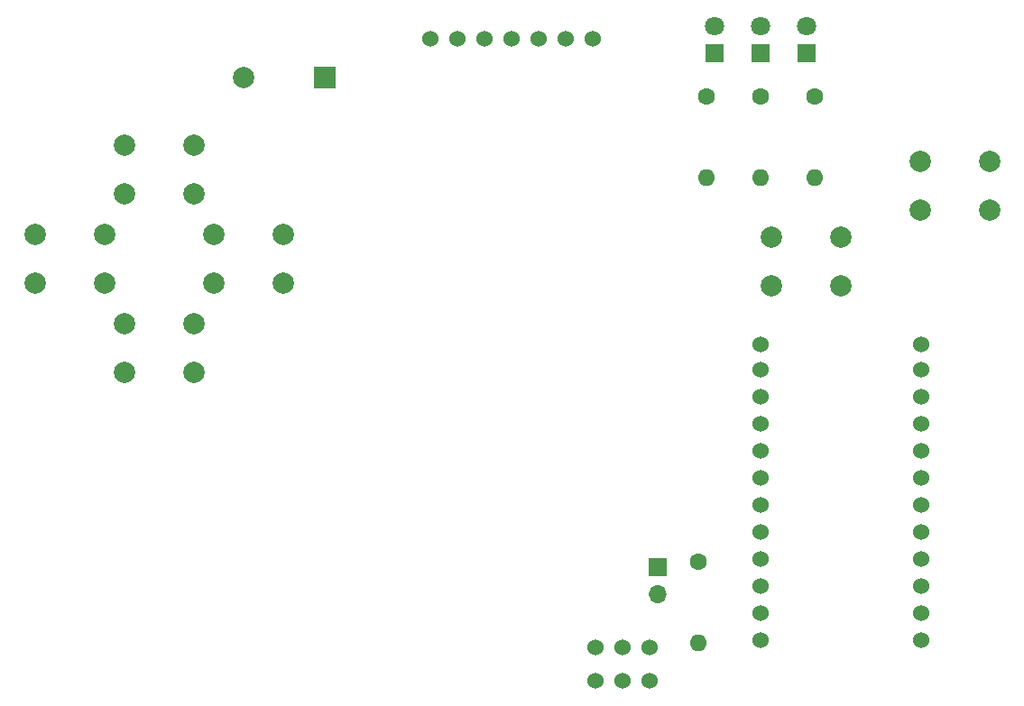
<source format=gbr>
%TF.GenerationSoftware,KiCad,Pcbnew,(5.1.8)-1*%
%TF.CreationDate,2021-02-19T09:53:25-07:00*%
%TF.ProjectId,Ardu-Shift_PCB,41726475-2d53-4686-9966-745f5043422e,rev?*%
%TF.SameCoordinates,Original*%
%TF.FileFunction,Soldermask,Top*%
%TF.FilePolarity,Negative*%
%FSLAX46Y46*%
G04 Gerber Fmt 4.6, Leading zero omitted, Abs format (unit mm)*
G04 Created by KiCad (PCBNEW (5.1.8)-1) date 2021-02-19 09:53:25*
%MOMM*%
%LPD*%
G01*
G04 APERTURE LIST*
%ADD10C,1.524000*%
%ADD11O,1.600000X1.600000*%
%ADD12C,1.600000*%
%ADD13C,2.000000*%
%ADD14R,2.000000X2.000000*%
%ADD15O,1.700000X1.700000*%
%ADD16R,1.700000X1.700000*%
%ADD17C,1.800000*%
%ADD18R,1.800000X1.800000*%
G04 APERTURE END LIST*
D10*
%TO.C,U2*%
X109728000Y-73914000D03*
X109728000Y-76454000D03*
X109728000Y-89154000D03*
X109728000Y-84074000D03*
X109728000Y-78994000D03*
X109728000Y-94234000D03*
X109728000Y-91694000D03*
X109728000Y-96774000D03*
X109728000Y-86614000D03*
X109728000Y-81534000D03*
X109728000Y-71374000D03*
X109728000Y-68961000D03*
X124841000Y-68961000D03*
X124841000Y-71374000D03*
X124841000Y-73914000D03*
X124841000Y-76454000D03*
X124841000Y-78994000D03*
X124841000Y-81534000D03*
X124841000Y-84074000D03*
X124841000Y-86614000D03*
X124841000Y-89154000D03*
X124841000Y-91694000D03*
X124841000Y-94234000D03*
X124841000Y-96774000D03*
%TD*%
%TO.C,U3*%
X99314000Y-97409000D03*
X94234000Y-97409000D03*
X96774000Y-97409000D03*
X94234000Y-100584000D03*
X96774000Y-100584000D03*
X99314000Y-100584000D03*
%TD*%
D11*
%TO.C,F1*%
X103886000Y-97028000D03*
D12*
X103886000Y-89408000D03*
%TD*%
D13*
%TO.C,LS1*%
X61234000Y-43942000D03*
D14*
X68834000Y-43942000D03*
%TD*%
D15*
%TO.C,B2*%
X100076000Y-92456000D03*
D16*
X100076000Y-89916000D03*
%TD*%
D13*
%TO.C,UP1*%
X56538000Y-50292000D03*
X56538000Y-54792000D03*
X50038000Y-50292000D03*
X50038000Y-54792000D03*
%TD*%
D10*
%TO.C,U1*%
X78740000Y-40259000D03*
X81280000Y-40259000D03*
X83820000Y-40259000D03*
X93980000Y-40259000D03*
X91440000Y-40259000D03*
X88900000Y-40259000D03*
X86360000Y-40259000D03*
%TD*%
D13*
%TO.C,RIGHT1*%
X64920000Y-58674000D03*
X64920000Y-63174000D03*
X58420000Y-58674000D03*
X58420000Y-63174000D03*
%TD*%
D11*
%TO.C,R3*%
X104648000Y-53340000D03*
D12*
X104648000Y-45720000D03*
%TD*%
D11*
%TO.C,R2*%
X109728000Y-53340000D03*
D12*
X109728000Y-45720000D03*
%TD*%
D11*
%TO.C,R1*%
X114808000Y-53340000D03*
D12*
X114808000Y-45720000D03*
%TD*%
D13*
%TO.C,LEFT1*%
X48156000Y-58674000D03*
X48156000Y-63174000D03*
X41656000Y-58674000D03*
X41656000Y-63174000D03*
%TD*%
%TO.C,DOWN1*%
X56538000Y-67056000D03*
X56538000Y-71556000D03*
X50038000Y-67056000D03*
X50038000Y-71556000D03*
%TD*%
D17*
%TO.C,D3*%
X105410000Y-39116000D03*
D18*
X105410000Y-41656000D03*
%TD*%
D17*
%TO.C,D2*%
X109728000Y-39116000D03*
D18*
X109728000Y-41656000D03*
%TD*%
D17*
%TO.C,D1*%
X114046000Y-39116000D03*
D18*
X114046000Y-41656000D03*
%TD*%
D13*
%TO.C,B1*%
X131214000Y-51816000D03*
X131214000Y-56316000D03*
X124714000Y-51816000D03*
X124714000Y-56316000D03*
%TD*%
%TO.C,A1*%
X117244000Y-58928000D03*
X117244000Y-63428000D03*
X110744000Y-58928000D03*
X110744000Y-63428000D03*
%TD*%
M02*

</source>
